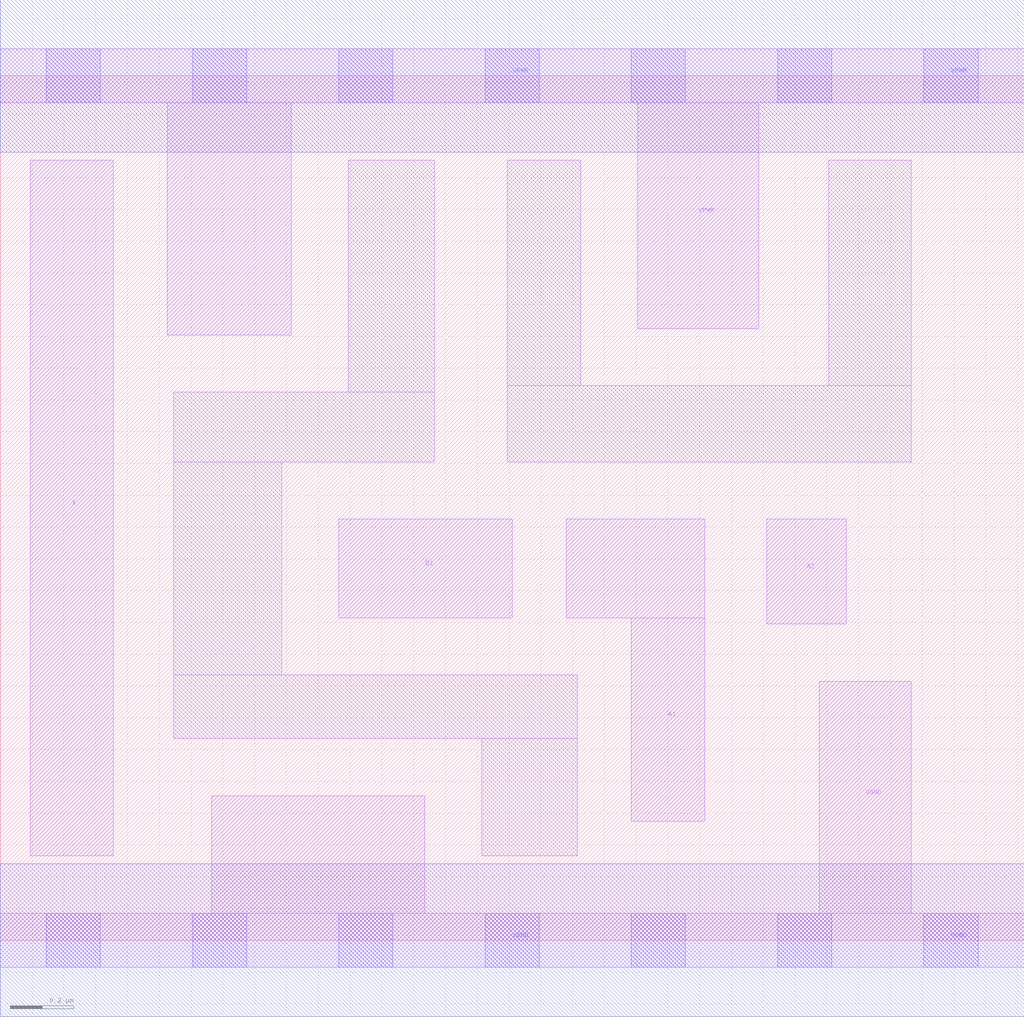
<source format=lef>
# Copyright 2020 The SkyWater PDK Authors
#
# Licensed under the Apache License, Version 2.0 (the "License");
# you may not use this file except in compliance with the License.
# You may obtain a copy of the License at
#
#     https://www.apache.org/licenses/LICENSE-2.0
#
# Unless required by applicable law or agreed to in writing, software
# distributed under the License is distributed on an "AS IS" BASIS,
# WITHOUT WARRANTIES OR CONDITIONS OF ANY KIND, either express or implied.
# See the License for the specific language governing permissions and
# limitations under the License.
#
# SPDX-License-Identifier: Apache-2.0

VERSION 5.7 ;
  NAMESCASESENSITIVE ON ;
  NOWIREEXTENSIONATPIN ON ;
  DIVIDERCHAR "/" ;
  BUSBITCHARS "[]" ;
UNITS
  DATABASE MICRONS 200 ;
END UNITS
PROPERTYDEFINITIONS
  MACRO maskLayoutSubType STRING ;
  MACRO prCellType STRING ;
  MACRO originalViewName STRING ;
END PROPERTYDEFINITIONS
MACRO sky130_fd_sc_hdll__a21o_1
  CLASS CORE ;
  FOREIGN sky130_fd_sc_hdll__a21o_1 ;
  ORIGIN  0.000000  0.000000 ;
  SIZE  3.220000 BY  2.720000 ;
  SYMMETRY X Y R90 ;
  SITE unithd ;
  PIN A1
    ANTENNAGATEAREA  0.277500 ;
    DIRECTION INPUT ;
    USE SIGNAL ;
    PORT
      LAYER li1 ;
        RECT 1.780000 1.015000 2.215000 1.325000 ;
        RECT 1.985000 0.375000 2.215000 1.015000 ;
    END
  END A1
  PIN A2
    ANTENNAGATEAREA  0.277500 ;
    DIRECTION INPUT ;
    USE SIGNAL ;
    PORT
      LAYER li1 ;
        RECT 2.410000 0.995000 2.660000 1.325000 ;
    END
  END A2
  PIN B1
    ANTENNAGATEAREA  0.277500 ;
    DIRECTION INPUT ;
    USE SIGNAL ;
    PORT
      LAYER li1 ;
        RECT 1.065000 1.015000 1.610000 1.325000 ;
    END
  END B1
  PIN X
    ANTENNADIFFAREA  0.439000 ;
    DIRECTION OUTPUT ;
    USE SIGNAL ;
    PORT
      LAYER li1 ;
        RECT 0.095000 0.265000 0.355000 2.455000 ;
    END
  END X
  PIN VGND
    DIRECTION INOUT ;
    USE GROUND ;
    PORT
      LAYER li1 ;
        RECT 0.000000 -0.085000 3.220000 0.085000 ;
        RECT 0.665000  0.085000 1.335000 0.455000 ;
        RECT 2.575000  0.085000 2.865000 0.815000 ;
      LAYER mcon ;
        RECT 0.145000 -0.085000 0.315000 0.085000 ;
        RECT 0.605000 -0.085000 0.775000 0.085000 ;
        RECT 1.065000 -0.085000 1.235000 0.085000 ;
        RECT 1.525000 -0.085000 1.695000 0.085000 ;
        RECT 1.985000 -0.085000 2.155000 0.085000 ;
        RECT 2.445000 -0.085000 2.615000 0.085000 ;
        RECT 2.905000 -0.085000 3.075000 0.085000 ;
      LAYER met1 ;
        RECT 0.000000 -0.240000 3.220000 0.240000 ;
    END
  END VGND
  PIN VPWR
    DIRECTION INOUT ;
    USE POWER ;
    PORT
      LAYER li1 ;
        RECT 0.000000 2.635000 3.220000 2.805000 ;
        RECT 0.525000 1.905000 0.915000 2.635000 ;
        RECT 2.005000 1.925000 2.385000 2.635000 ;
      LAYER mcon ;
        RECT 0.145000 2.635000 0.315000 2.805000 ;
        RECT 0.605000 2.635000 0.775000 2.805000 ;
        RECT 1.065000 2.635000 1.235000 2.805000 ;
        RECT 1.525000 2.635000 1.695000 2.805000 ;
        RECT 1.985000 2.635000 2.155000 2.805000 ;
        RECT 2.445000 2.635000 2.615000 2.805000 ;
        RECT 2.905000 2.635000 3.075000 2.805000 ;
      LAYER met1 ;
        RECT 0.000000 2.480000 3.220000 2.960000 ;
    END
  END VPWR
  OBS
    LAYER li1 ;
      RECT 0.545000 0.635000 1.815000 0.835000 ;
      RECT 0.545000 0.835000 0.885000 1.505000 ;
      RECT 0.545000 1.505000 1.365000 1.725000 ;
      RECT 1.095000 1.725000 1.365000 2.455000 ;
      RECT 1.515000 0.265000 1.815000 0.635000 ;
      RECT 1.595000 1.505000 2.865000 1.745000 ;
      RECT 1.595000 1.745000 1.825000 2.455000 ;
      RECT 2.605000 1.745000 2.865000 2.455000 ;
  END
  PROPERTY maskLayoutSubType "abstract" ;
  PROPERTY prCellType "standard" ;
  PROPERTY originalViewName "layout" ;
END sky130_fd_sc_hdll__a21o_1

</source>
